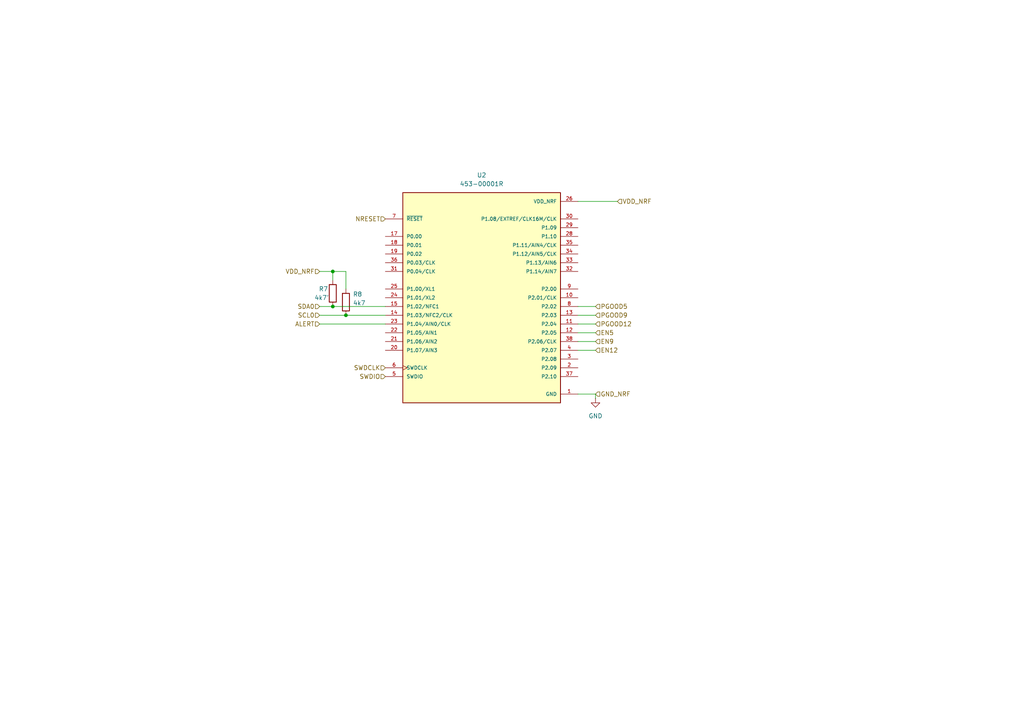
<source format=kicad_sch>
(kicad_sch (version 20250114) (generator "eeschema") (generator_version "9.0")
  (paper "A4")
  (lib_symbols
    (symbol "453-00001R:453-00001R" (pin_names (offset 1.016))
      (property "Reference" "U" (at -22.86 31.115 0))
      (property "Value" "453-00001R" (at -22.86 -33.02 0))
      (symbol "453-00001R_0_0"
        (rectangle (start -22.86 -30.48) (end 22.86 30.48) (stroke (width 0.254)) (fill (type background)))
        (pin passive line (at -27.94 22.86 0) (length 5.08) (name "~{RESET}") (number "7"))
        (pin bidirectional line (at -27.94 17.78 0) (length 5.08) (name "P0.00") (number "17"))
        (pin bidirectional line (at -27.94 15.24 0) (length 5.08) (name "P0.01") (number "18"))
        (pin bidirectional line (at -27.94 12.7 0) (length 5.08) (name "P0.02") (number "19"))
        (pin bidirectional line (at -27.94 10.16 0) (length 5.08) (name "P0.03/CLK") (number "36"))
        (pin bidirectional line (at -27.94 7.62 0) (length 5.08) (name "P0.04/CLK") (number "31"))
        (pin bidirectional line (at -27.94 2.54 0) (length 5.08) (name "P1.00/XL1") (number "25"))
        (pin bidirectional line (at -27.94 0 0) (length 5.08) (name "P1.01/XL2") (number "24"))
        (pin bidirectional line (at -27.94 -2.54 0) (length 5.08) (name "P1.02/NFC1") (number "15"))
        (pin bidirectional line (at -27.94 -5.08 0) (length 5.08) (name "P1.03/NFC2/CLK") (number "14"))
        (pin bidirectional line (at -27.94 -7.62 0) (length 5.08) (name "P1.04/AIN0/CLK") (number "23"))
        (pin bidirectional line (at -27.94 -10.16 0) (length 5.08) (name "P1.05/AIN1") (number "22"))
        (pin bidirectional line (at -27.94 -12.7 0) (length 5.08) (name "P1.06/AIN2") (number "21"))
        (pin bidirectional line (at -27.94 -15.24 0) (length 5.08) (name "P1.07/AIN3") (number "20"))
        (pin input clock (at -27.94 -20.32 0) (length 5.08) (name "SWDCLK") (number "6"))
        (pin bidirectional line (at -27.94 -22.86 0) (length 5.08) (name "SWDIO") (number "5"))
        (pin power_in line (at 27.94 27.94 180) (length 5.08) (name "VDD_NRF") (number "26"))
        (pin bidirectional line (at 27.94 22.86 180) (length 5.08) (name "P1.08/EXTREF/CLK16M/CLK") (number "30"))
        (pin bidirectional line (at 27.94 20.32 180) (length 5.08) (name "P1.09") (number "29"))
        (pin bidirectional line (at 27.94 17.78 180) (length 5.08) (name "P1.10") (number "28"))
        (pin bidirectional line (at 27.94 15.24 180) (length 5.08) (name "P1.11/AIN4/CLK") (number "35"))
        (pin bidirectional line (at 27.94 12.7 180) (length 5.08) (name "P1.12/AIN5/CLK") (number "34"))
        (pin bidirectional line (at 27.94 10.16 180) (length 5.08) (name "P1.13/AIN6") (number "33"))
        (pin bidirectional line (at 27.94 7.62 180) (length 5.08) (name "P1.14/AIN7") (number "32"))
        (pin bidirectional line (at 27.94 2.54 180) (length 5.08) (name "P2.00") (number "9"))
        (pin bidirectional line (at 27.94 0 180) (length 5.08) (name "P2.01/CLK") (number "10"))
        (pin bidirectional line (at 27.94 -2.54 180) (length 5.08) (name "P2.02") (number "8"))
        (pin bidirectional line (at 27.94 -5.08 180) (length 5.08) (name "P2.03") (number "13"))
        (pin bidirectional line (at 27.94 -7.62 180) (length 5.08) (name "P2.04") (number "11"))
        (pin bidirectional line (at 27.94 -10.16 180) (length 5.08) (name "P2.05") (number "12"))
        (pin bidirectional line (at 27.94 -12.7 180) (length 5.08) (name "P2.06/CLK") (number "38"))
        (pin bidirectional line (at 27.94 -15.24 180) (length 5.08) (name "P2.07") (number "4"))
        (pin bidirectional line (at 27.94 -17.78 180) (length 5.08) (name "P2.08") (number "3"))
        (pin bidirectional line (at 27.94 -20.32 180) (length 5.08) (name "P2.09") (number "2"))
        (pin bidirectional line (at 27.94 -22.86 180) (length 5.08) (name "P2.10") (number "37"))
        (pin power_in line (at 27.94 -27.94 180) (length 5.08) (name "GND") (number "1"))
        (pin power_in line (at 27.94 -27.94 180) (length 5.08) (hide yes) (name "GND") (number "16"))
        (pin power_in line (at 27.94 -27.94 180) (length 5.08) (hide yes) (name "GND") (number "27"))
        (pin power_in line (at 27.94 -27.94 180) (length 5.08) (hide yes) (name "GND") (number "39"))
      )
    )
    (symbol "Device:R" (pin_numbers (hide yes)) (pin_names (offset 0))
      (property "Reference" "R" (at 2.032 0 90))
      (property "Value" "R" (at 0 0 90))
      (symbol "R_0_1"
        (rectangle (start -1.016 -2.54) (end 1.016 2.54) (stroke (width 0.254)))
      )
      (symbol "R_1_1"
        (pin passive line (at 0 3.81 270) (length 1.27) (name "~") (number "1"))
        (pin passive line (at 0 -3.81 90) (length 1.27) (name "~") (number "2"))
      )
    )
    (symbol "power:GND" (power) (pin_numbers (hide yes)) (pin_names (offset 0) (hide yes))
      (property "Value" "GND" (at 0 -3.81 0))
      (symbol "GND_0_1"
        (polyline (pts (xy 0 0) (xy 0 -1.27) (xy 1.27 -1.27) (xy 0 -2.54) (xy -1.27 -1.27) (xy 0 -1.27)))
      )
      (symbol "GND_1_1"
        (pin power_in line (at 0 0 270) (length 0) (name "~") (number "1"))
      )
    )
  )
  (junction (at 96.52 78.74))
  (junction (at 100.33 91.44))
  (junction (at 96.52 88.9))
  (wire (pts (xy 92.71 93.98) (xy 111.76 93.98)))
  (wire (pts (xy 92.71 78.74) (xy 96.52 78.74)))
  (wire (pts (xy 167.64 58.42) (xy 179.07 58.42)))
  (wire (pts (xy 167.64 91.44) (xy 172.72 91.44)))
  (wire (pts (xy 167.64 101.6) (xy 172.72 101.6)))
  (wire (pts (xy 167.64 96.52) (xy 172.72 96.52)))
  (wire (pts (xy 100.33 91.44) (xy 111.76 91.44)))
  (wire (pts (xy 167.64 114.3) (xy 172.72 114.3)))
  (wire (pts (xy 96.52 88.9) (xy 111.76 88.9)))
  (wire (pts (xy 167.64 93.98) (xy 172.72 93.98)))
  (wire (pts (xy 172.72 114.3) (xy 172.72 115.57)))
  (wire (pts (xy 96.52 78.74) (xy 96.52 81.28)))
  (wire (pts (xy 167.64 99.06) (xy 172.72 99.06)))
  (wire (pts (xy 167.64 88.9) (xy 172.72 88.9)))
  (wire (pts (xy 100.33 78.74) (xy 100.33 83.82)))
  (wire (pts (xy 92.71 91.44) (xy 100.33 91.44)))
  (wire (pts (xy 92.71 88.9) (xy 96.52 88.9)))
  (wire (pts (xy 96.52 78.74) (xy 100.33 78.74)))
  (hierarchical_label "VDD_NRF" (shape input) (at 179.07 58.42 0))
  (hierarchical_label "SDA0" (shape input) (at 92.71 88.9 180))
  (hierarchical_label "NRESET" (shape input) (at 111.76 63.5 180))
  (hierarchical_label "EN5" (shape input) (at 172.72 96.52 0))
  (hierarchical_label "EN12" (shape input) (at 172.72 101.6 0))
  (hierarchical_label "SCL0" (shape input) (at 92.71 91.44 180))
  (hierarchical_label "PGOOD9" (shape input) (at 172.72 91.44 0))
  (hierarchical_label "EN9" (shape input) (at 172.72 99.06 0))
  (hierarchical_label "GND_NRF" (shape input) (at 172.72 114.3 0))
  (hierarchical_label "SWDIO" (shape input) (at 111.76 109.22 180))
  (hierarchical_label "VDD_NRF" (shape input) (at 92.71 78.74 180))
  (hierarchical_label "SWDCLK" (shape input) (at 111.76 106.68 180))
  (hierarchical_label "ALERT" (shape input) (at 92.71 93.98 180))
  (hierarchical_label "PGOOD12" (shape input) (at 172.72 93.98 0))
  (hierarchical_label "PGOOD5" (shape input) (at 172.72 88.9 0))
  (symbol (lib_id "Device:R") (at 96.52 85.09 0) (unit 1)
    (property "Reference" "R7" (at 92.456 83.82 0) (effects (justify left)))
    (property "Value" "4k7'" (at 91.186 86.36 0) (effects (justify left)))
    (property "Footprint" "Resistor_SMD:R_0805_2012Metric_Pad1.20x1.40mm_HandSolder" (effects (hide yes)))
    (property "Description" "Resistor" (effects (hide yes)))
  )
  (symbol (lib_id "453-00001R:453-00001R") (at 139.7 86.36 0) (unit 1)
    (property "Reference" "U2" (at 139.7 50.8 0))
    (property "Value" "453-00001R" (at 139.7 53.34 0))
    (property "Footprint" "453-00001R:XCVR_453-00001R" (effects (hide yes)))
    (property "MF" "EZURiO" (effects (hide yes)))
    (property "MAXIMUM_PACKAGE_HEIGHT" "1.75mm" (effects (hide yes)))
    (property "Package" "None" (effects (hide yes)))
    (property "Price" "None" (effects (hide yes)))
    (property "Check_prices" "https://www.snapeda.com/parts/453-00001R/EZURiO/view-part/?ref=eda" (effects (hide yes)))
    (property "STANDARD" "Manufacturer Recommendations" (effects (hide yes)))
    (property "PARTREV" "1.8" (effects (hide yes)))
    (property "SnapEDA_Link" "https://www.snapeda.com/parts/453-00001R/EZURiO/view-part/?ref=snap" (effects (hide yes)))
    (property "MP" "453-00001R" (effects (hide yes)))
    (property "Description_1" "802.15.4, Bluetooth Bluetooth v6.0, Matter, Thread, Zigbee® Transceiver Module 2.4GHz PCB Trace Surface Mount" (effects (hide yes)))
    (property "Availability" "In Stock" (effects (hide yes)))
    (property "MANUFACTURER" "EZURiO" (effects (hide yes)))
  )
  (symbol (lib_id "Device:R") (at 100.33 87.63 0) (unit 1)
    (property "Reference" "R8" (at 102.362 85.344 0) (effects (justify left)))
    (property "Value" "4k7" (at 102.362 87.884 0) (effects (justify left)))
    (property "Footprint" "Resistor_SMD:R_0805_2012Metric_Pad1.20x1.40mm_HandSolder" (effects (hide yes)))
    (property "Description" "Resistor" (effects (hide yes)))
  )
  (symbol (lib_id "power:GND") (at 172.72 115.57 0) (unit 1)
    (property "Reference" "#PWR04" (effects (hide yes)))
    (property "Value" "GND" (at 172.72 120.65 0))
    (property "Description" "Power symbol creates a global label with name \"GND\" , ground" (effects (hide yes)))
  )
)
</source>
